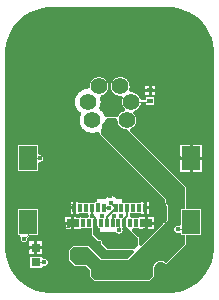
<source format=gtl>
G04*
G04 #@! TF.GenerationSoftware,Altium Limited,Altium Designer,22.7.1 (60)*
G04*
G04 Layer_Physical_Order=1*
G04 Layer_Color=255*
%FSLAX44Y44*%
%MOMM*%
G71*
G04*
G04 #@! TF.SameCoordinates,97EA9571-4948-4CBB-981D-70F8AE3DB673*
G04*
G04*
G04 #@! TF.FilePolarity,Positive*
G04*
G01*
G75*
%ADD12R,0.5500X0.4500*%
%ADD13R,0.8000X0.8000*%
%ADD14R,1.5000X2.0000*%
%ADD15R,0.3000X0.7000*%
%ADD16R,1.0000X0.7000*%
%ADD28C,0.1016*%
%ADD29C,0.1500*%
%ADD30C,0.2000*%
G04:AMPARAMS|DCode=31|XSize=5mm|YSize=2mm|CornerRadius=0.5mm|HoleSize=0mm|Usage=FLASHONLY|Rotation=270.000|XOffset=0mm|YOffset=0mm|HoleType=Round|Shape=RoundedRectangle|*
%AMROUNDEDRECTD31*
21,1,5.0000,1.0000,0,0,270.0*
21,1,4.0000,2.0000,0,0,270.0*
1,1,1.0000,-0.5000,-2.0000*
1,1,1.0000,-0.5000,2.0000*
1,1,1.0000,0.5000,2.0000*
1,1,1.0000,0.5000,-2.0000*
%
%ADD31ROUNDEDRECTD31*%
G04:AMPARAMS|DCode=32|XSize=4mm|YSize=2mm|CornerRadius=0.5mm|HoleSize=0mm|Usage=FLASHONLY|Rotation=0.000|XOffset=0mm|YOffset=0mm|HoleType=Round|Shape=RoundedRectangle|*
%AMROUNDEDRECTD32*
21,1,4.0000,1.0000,0,0,0.0*
21,1,3.0000,2.0000,0,0,0.0*
1,1,1.0000,1.5000,-0.5000*
1,1,1.0000,-1.5000,-0.5000*
1,1,1.0000,-1.5000,0.5000*
1,1,1.0000,1.5000,0.5000*
%
%ADD32ROUNDEDRECTD32*%
%ADD33C,1.4000*%
%ADD34O,1.1000X1.9000*%
%ADD35O,1.1000X2.4000*%
%ADD36C,0.4060*%
G36*
X50000Y83377D02*
X50001Y83377D01*
X50003Y83377D01*
X52512Y83381D01*
X57499Y82725D01*
X62359Y81422D01*
X67007Y79497D01*
X71364Y76981D01*
X75356Y73918D01*
X78914Y70361D01*
X81977Y66369D01*
X84492Y62012D01*
X86418Y57364D01*
X87720Y52504D01*
X88377Y47516D01*
Y45000D01*
Y-119995D01*
X88377Y-119997D01*
X88377Y-119998D01*
X88381Y-122512D01*
X87725Y-127499D01*
X86422Y-132359D01*
X84497Y-137007D01*
X81981Y-141364D01*
X78918Y-145356D01*
X75361Y-148914D01*
X71369Y-151977D01*
X67012Y-154492D01*
X62364Y-156418D01*
X57504Y-157720D01*
X52516Y-158377D01*
X-52516D01*
X-57504Y-157720D01*
X-62364Y-156418D01*
X-67012Y-154492D01*
X-71369Y-151977D01*
X-75361Y-148914D01*
X-78918Y-145356D01*
X-81981Y-141364D01*
X-84497Y-137007D01*
X-86422Y-132359D01*
X-87725Y-127499D01*
X-88381Y-122511D01*
Y-119995D01*
X-88377Y45000D01*
Y47516D01*
X-87720Y52504D01*
X-86418Y57364D01*
X-84492Y62012D01*
X-81977Y66369D01*
X-78914Y70361D01*
X-75356Y73918D01*
X-71364Y76982D01*
X-67007Y79497D01*
X-62359Y81422D01*
X-57499Y82725D01*
X-52511Y83381D01*
X-49995D01*
X50000Y83377D01*
D02*
G37*
%LPC*%
G36*
X38540Y16790D02*
X35520D01*
Y14270D01*
X38540D01*
Y16790D01*
D02*
G37*
G36*
X32980D02*
X29960D01*
Y14270D01*
X32980D01*
Y16790D01*
D02*
G37*
G36*
X38540Y11730D02*
X35520D01*
Y9210D01*
X38540D01*
Y11730D01*
D02*
G37*
G36*
X32980D02*
X29960D01*
Y9210D01*
X32980D01*
Y11730D01*
D02*
G37*
G36*
X9388Y24389D02*
X8612D01*
X7841Y24313D01*
X7081Y24162D01*
X6339Y23937D01*
X5623Y23640D01*
X4939Y23275D01*
X4295Y22844D01*
X3696Y22352D01*
X3148Y21804D01*
X2656Y21205D01*
X2225Y20561D01*
X1860Y19877D01*
X1563Y19161D01*
X1338Y18419D01*
X1187Y17659D01*
X1111Y16888D01*
Y16112D01*
X1187Y15341D01*
X1338Y14581D01*
X1563Y13839D01*
X1860Y13123D01*
X2225Y12439D01*
X2656Y11795D01*
X3148Y11196D01*
X3696Y10648D01*
X4295Y10156D01*
X4939Y9725D01*
X5623Y9360D01*
X6339Y9063D01*
X7081Y8838D01*
X7841Y8687D01*
X8612Y8611D01*
X9388D01*
X10066Y8678D01*
X10319Y8507D01*
X11387Y6929D01*
X11360Y6877D01*
X11063Y6161D01*
X10838Y5419D01*
X10687Y4659D01*
X10611Y3887D01*
Y3112D01*
X10687Y2341D01*
X10838Y1581D01*
X11063Y839D01*
X11360Y123D01*
X11725Y-561D01*
X12156Y-1205D01*
X12648Y-1804D01*
X13076Y-2233D01*
X13092Y-2348D01*
X13066Y-2772D01*
X12679Y-4020D01*
X12495Y-4364D01*
X11839Y-4563D01*
X11123Y-4860D01*
X10439Y-5225D01*
X9795Y-5656D01*
X9196Y-6148D01*
X8648Y-6696D01*
X8156Y-7295D01*
X7725Y-7939D01*
X7360Y-8623D01*
X7319Y-8722D01*
X7015Y-9018D01*
X6930Y-9079D01*
X5482Y-9884D01*
X5250Y-9853D01*
X-2250D01*
X-2482Y-9884D01*
X-3755Y-9084D01*
X-4102Y-8792D01*
X-4216Y-8668D01*
X-4350Y-8256D01*
X-4675Y-7471D01*
X-5061Y-6714D01*
X-5505Y-5990D01*
X-6004Y-5303D01*
X-6556Y-4656D01*
X-7157Y-4056D01*
X-7802Y-3504D01*
X-8490Y-3005D01*
X-9061Y-1786D01*
X-8675Y-1029D01*
X-8350Y-244D01*
X-8088Y564D01*
X-7890Y1390D01*
X-7757Y2228D01*
X-7690Y3075D01*
Y3925D01*
X-7757Y4771D01*
X-7890Y5610D01*
X-8088Y6436D01*
X-8156Y6646D01*
X-8071Y7197D01*
X-7509Y8301D01*
X-7211Y8675D01*
X-6942Y8871D01*
X-6890Y8896D01*
X-6339Y9063D01*
X-5623Y9360D01*
X-4939Y9725D01*
X-4295Y10156D01*
X-3696Y10648D01*
X-3148Y11196D01*
X-2656Y11795D01*
X-2225Y12439D01*
X-1860Y13123D01*
X-1563Y13839D01*
X-1338Y14581D01*
X-1187Y15341D01*
X-1111Y16112D01*
Y16888D01*
X-1187Y17659D01*
X-1338Y18419D01*
X-1563Y19161D01*
X-1860Y19877D01*
X-2225Y20561D01*
X-2656Y21205D01*
X-3148Y21804D01*
X-3696Y22352D01*
X-4295Y22844D01*
X-4939Y23275D01*
X-5623Y23640D01*
X-6339Y23937D01*
X-7081Y24162D01*
X-7841Y24313D01*
X-8612Y24389D01*
X-9388D01*
X-10159Y24313D01*
X-10919Y24162D01*
X-11661Y23937D01*
X-12377Y23640D01*
X-13061Y23275D01*
X-13705Y22844D01*
X-14304Y22352D01*
X-14852Y21804D01*
X-15344Y21205D01*
X-15775Y20561D01*
X-16140Y19877D01*
X-16437Y19161D01*
X-16662Y18419D01*
X-16813Y17659D01*
X-16889Y16888D01*
Y16214D01*
X-16909Y16082D01*
X-17535Y15131D01*
X-17983Y14683D01*
X-18647Y14310D01*
X-18925D01*
X-19771Y14243D01*
X-20610Y14110D01*
X-21437Y13912D01*
X-22244Y13650D01*
X-23029Y13325D01*
X-23786Y12939D01*
X-24510Y12495D01*
X-25198Y11996D01*
X-25844Y11444D01*
X-26444Y10843D01*
X-26996Y10197D01*
X-27495Y9510D01*
X-27939Y8786D01*
X-28325Y8029D01*
X-28650Y7244D01*
X-28912Y6436D01*
X-29110Y5610D01*
X-29243Y4771D01*
X-29310Y3925D01*
Y3075D01*
X-29243Y2228D01*
X-29110Y1390D01*
X-28912Y564D01*
X-28650Y-244D01*
X-28325Y-1029D01*
X-27939Y-1786D01*
X-27495Y-2510D01*
X-26996Y-3198D01*
X-26444Y-3844D01*
X-25844Y-4444D01*
X-25198Y-4996D01*
X-24510Y-5495D01*
X-23939Y-6714D01*
X-24325Y-7471D01*
X-24650Y-8256D01*
X-24912Y-9064D01*
X-25110Y-9890D01*
X-25243Y-10728D01*
X-25310Y-11575D01*
Y-12425D01*
X-25243Y-13272D01*
X-25110Y-14110D01*
X-24912Y-14936D01*
X-24650Y-15744D01*
X-24325Y-16529D01*
X-23939Y-17286D01*
X-23495Y-18010D01*
X-22996Y-18698D01*
X-22444Y-19344D01*
X-21844Y-19944D01*
X-21198Y-20496D01*
X-20510Y-20995D01*
X-19786Y-21439D01*
X-19029Y-21825D01*
X-18244Y-22150D01*
X-17436Y-22412D01*
X-16610Y-22610D01*
X-15771Y-22743D01*
X-14925Y-22810D01*
X-14075D01*
X-13228Y-22743D01*
X-12390Y-22610D01*
X-11564Y-22412D01*
X-10756Y-22150D01*
X-10397Y-22001D01*
X-9229Y-22505D01*
X-8397Y-23267D01*
Y-23500D01*
X-8366Y-23732D01*
X-8277Y-23948D01*
X-8134Y-24134D01*
X46853Y-79121D01*
Y-82107D01*
X46866Y-82201D01*
X46873Y-82296D01*
X46881Y-82317D01*
X46884Y-82339D01*
X46920Y-82427D01*
X46952Y-82516D01*
X46965Y-82534D01*
X46974Y-82555D01*
X47031Y-82630D01*
X47086Y-82709D01*
X47451Y-83111D01*
X47772Y-83545D01*
X48050Y-84008D01*
X48280Y-84496D01*
X48462Y-85004D01*
X48593Y-85527D01*
X48672Y-86061D01*
X48700Y-86622D01*
Y-94578D01*
X48672Y-95139D01*
X48593Y-95673D01*
X48462Y-96196D01*
X48280Y-96704D01*
X48050Y-97192D01*
X47772Y-97655D01*
X47451Y-98089D01*
X47088Y-98488D01*
X46689Y-98851D01*
X46255Y-99172D01*
X45792Y-99450D01*
X45440Y-99616D01*
X45409Y-99636D01*
X45375Y-99650D01*
X45311Y-99700D01*
X45243Y-99743D01*
X45218Y-99770D01*
X45189Y-99793D01*
X26647Y-118335D01*
X24647Y-117507D01*
Y-111750D01*
X24616Y-111518D01*
X24527Y-111302D01*
X24384Y-111116D01*
X19005Y-105737D01*
X19770Y-103889D01*
X21889Y-103889D01*
X24460D01*
Y-104540D01*
X29730D01*
Y-99500D01*
Y-94460D01*
X24460D01*
Y-94460D01*
X23809Y-95111D01*
X20111Y-95111D01*
X18415Y-95111D01*
X17940Y-94787D01*
X16898Y-93250D01*
Y-92594D01*
X17611Y-90889D01*
X19389Y-90889D01*
X22611Y-90889D01*
X24389Y-90889D01*
X26960D01*
Y-91540D01*
X28730D01*
Y-86500D01*
Y-81460D01*
X26960D01*
Y-82111D01*
X24389D01*
X22389Y-82111D01*
X20611Y-82111D01*
X17611Y-82111D01*
X15611Y-82111D01*
X12611D01*
Y-82111D01*
X12389D01*
Y-82111D01*
X10310D01*
Y-79190D01*
X6040D01*
X5860Y-78904D01*
X5451Y-78391D01*
X4987Y-77927D01*
X4474Y-77519D01*
X3919Y-77169D01*
X3328Y-76885D01*
X2709Y-76668D01*
X2069Y-76522D01*
X1418Y-76449D01*
X762D01*
X110Y-76522D01*
X-530Y-76668D01*
X-1149Y-76885D01*
X-1740Y-77169D01*
X-2295Y-77519D01*
X-2808Y-77927D01*
X-3272Y-78391D01*
X-3681Y-78904D01*
X-3860Y-79190D01*
X-10310D01*
Y-81081D01*
X-10480D01*
X-10934Y-81153D01*
X-11371Y-81295D01*
X-11780Y-81503D01*
X-12152Y-81774D01*
X-12611Y-82111D01*
X-17389Y-82111D01*
X-19389Y-82111D01*
X-22389Y-82111D01*
X-24389Y-82111D01*
X-26960D01*
Y-81460D01*
X-28730D01*
Y-86500D01*
Y-91540D01*
X-26960D01*
Y-91540D01*
X-26309Y-90889D01*
X-22611Y-90889D01*
X-20611Y-90889D01*
X-18945Y-90889D01*
X-18578Y-91098D01*
X-18371Y-91303D01*
X-17424Y-92763D01*
X-17419Y-92809D01*
Y-93230D01*
X-18371Y-94697D01*
X-18578Y-94902D01*
X-18945Y-95111D01*
X-19889D01*
X-21889Y-95111D01*
X-24460D01*
Y-94460D01*
X-29730D01*
Y-99500D01*
Y-104540D01*
X-24460D01*
Y-104540D01*
X-23809Y-103889D01*
X-20111Y-103889D01*
X-18111Y-103889D01*
X-15147D01*
Y-108750D01*
X-15116Y-108982D01*
X-15027Y-109198D01*
X-14884Y-109384D01*
X-10177Y-114091D01*
X-10121Y-114134D01*
X-10070Y-114182D01*
X-10029Y-114205D01*
X-9991Y-114234D01*
X-9926Y-114261D01*
X-9864Y-114294D01*
X-9819Y-114305D01*
X-9775Y-114323D01*
X-9705Y-114332D01*
X-9637Y-114349D01*
X-9590Y-114347D01*
X-9543Y-114354D01*
X-9473Y-114344D01*
X-9403Y-114342D01*
X-9309Y-114328D01*
X-8991D01*
X-8676Y-114377D01*
X-8374Y-114476D01*
X-8090Y-114621D01*
X-7832Y-114808D01*
X-7607Y-115033D01*
X-7420Y-115290D01*
X-7276Y-115574D01*
X-7177Y-115877D01*
X-7128Y-116191D01*
Y-116509D01*
X-7143Y-116603D01*
X-7144Y-116673D01*
X-7153Y-116743D01*
X-7147Y-116790D01*
X-7149Y-116837D01*
X-7132Y-116905D01*
X-7123Y-116975D01*
X-7105Y-117019D01*
X-7094Y-117065D01*
X-7060Y-117126D01*
X-7033Y-117191D01*
X-7005Y-117229D01*
X-6982Y-117270D01*
X-6934Y-117321D01*
X-6891Y-117377D01*
X-2384Y-121884D01*
X-2198Y-122027D01*
X-1982Y-122116D01*
X-1750Y-122147D01*
X20007D01*
X20835Y-124147D01*
X15129Y-129853D01*
X-7129D01*
X-17866Y-119116D01*
X-18052Y-118974D01*
X-18268Y-118884D01*
X-18500Y-118853D01*
X-30750D01*
X-30982Y-118884D01*
X-31198Y-118974D01*
X-31384Y-119116D01*
X-33884Y-121616D01*
X-34027Y-121802D01*
X-34116Y-122018D01*
X-34147Y-122250D01*
Y-130750D01*
X-34116Y-130982D01*
X-34027Y-131198D01*
X-33884Y-131384D01*
X-33698Y-131526D01*
X-33482Y-131616D01*
X-33390Y-131628D01*
X-29384Y-135634D01*
X-29198Y-135777D01*
X-28982Y-135866D01*
X-28750Y-135897D01*
X-19621D01*
X-16397Y-139121D01*
Y-144500D01*
X-16366Y-144732D01*
X-16277Y-144948D01*
X-16134Y-145134D01*
X-13384Y-147884D01*
X-13198Y-148027D01*
X-12982Y-148116D01*
X-12750Y-148147D01*
X33750D01*
X33982Y-148116D01*
X34198Y-148027D01*
X34384Y-147884D01*
X34509Y-147759D01*
X34510Y-147758D01*
X34512Y-147756D01*
X37440Y-144803D01*
X37510Y-144711D01*
X37580Y-144620D01*
X37581Y-144619D01*
X37582Y-144617D01*
X37625Y-144511D01*
X37669Y-144404D01*
X37670Y-144402D01*
X37670Y-144400D01*
X37685Y-144289D01*
X37700Y-144172D01*
Y-137722D01*
X37728Y-137161D01*
X37807Y-136627D01*
X37938Y-136104D01*
X38120Y-135596D01*
X38351Y-135108D01*
X38628Y-134645D01*
X38949Y-134211D01*
X39312Y-133812D01*
X39711Y-133449D01*
X40145Y-133128D01*
X40608Y-132850D01*
X41096Y-132619D01*
X41604Y-132438D01*
X42127Y-132307D01*
X42661Y-132227D01*
X43200Y-132201D01*
X43739Y-132227D01*
X44273Y-132307D01*
X44796Y-132438D01*
X45304Y-132619D01*
X45792Y-132850D01*
X46255Y-133128D01*
X46688Y-133449D01*
X47112Y-133833D01*
X47192Y-133888D01*
X47269Y-133947D01*
X47288Y-133955D01*
X47305Y-133967D01*
X47396Y-133999D01*
X47486Y-134036D01*
X47506Y-134038D01*
X47525Y-134045D01*
X47621Y-134053D01*
X47718Y-134066D01*
X47738Y-134063D01*
X47758Y-134065D01*
X47854Y-134047D01*
X47950Y-134034D01*
X47969Y-134026D01*
X47989Y-134023D01*
X48077Y-133981D01*
X48166Y-133944D01*
X48182Y-133931D01*
X48200Y-133923D01*
X48274Y-133860D01*
X48351Y-133800D01*
X64137Y-117881D01*
X64207Y-117789D01*
X64276Y-117698D01*
X64277Y-117697D01*
X64278Y-117695D01*
X64322Y-117590D01*
X64366Y-117482D01*
X64366Y-117480D01*
X64367Y-117478D01*
X64381Y-117367D01*
X64397Y-117250D01*
Y-109389D01*
X77389D01*
Y-87611D01*
X64397D01*
Y-69000D01*
X64366Y-68768D01*
X64277Y-68552D01*
X64134Y-68366D01*
X17264Y-21496D01*
X17228Y-20777D01*
X17778Y-19181D01*
X17877Y-19140D01*
X18561Y-18775D01*
X19205Y-18344D01*
X19804Y-17852D01*
X20352Y-17304D01*
X20844Y-16705D01*
X21275Y-16061D01*
X21640Y-15377D01*
X21937Y-14661D01*
X22162Y-13919D01*
X22313Y-13159D01*
X22389Y-12388D01*
Y-11612D01*
X22313Y-10841D01*
X22162Y-10081D01*
X21937Y-9339D01*
X21640Y-8623D01*
X21275Y-7939D01*
X20844Y-7295D01*
X20352Y-6696D01*
X19923Y-6267D01*
X19908Y-6152D01*
X19934Y-5728D01*
X20321Y-4480D01*
X20505Y-4136D01*
X21161Y-3937D01*
X21877Y-3640D01*
X22561Y-3275D01*
X23205Y-2844D01*
X23804Y-2352D01*
X24352Y-1804D01*
X24844Y-1205D01*
X25275Y-561D01*
X25640Y123D01*
X25937Y839D01*
X26162Y1581D01*
X26264Y2096D01*
X30611D01*
Y861D01*
X37889D01*
Y7139D01*
X30611D01*
Y4904D01*
X26264D01*
X26162Y5419D01*
X25937Y6161D01*
X25640Y6877D01*
X25275Y7561D01*
X24844Y8205D01*
X24352Y8804D01*
X23804Y9352D01*
X23205Y9844D01*
X22561Y10275D01*
X21877Y10640D01*
X21161Y10937D01*
X20419Y11162D01*
X19659Y11313D01*
X18887Y11389D01*
X18112D01*
X17434Y11322D01*
X17181Y11493D01*
X16113Y13071D01*
X16140Y13123D01*
X16437Y13839D01*
X16662Y14581D01*
X16813Y15341D01*
X16889Y16112D01*
Y16888D01*
X16813Y17659D01*
X16662Y18419D01*
X16437Y19161D01*
X16140Y19877D01*
X15775Y20561D01*
X15344Y21205D01*
X14852Y21804D01*
X14304Y22352D01*
X13705Y22844D01*
X13061Y23275D01*
X12377Y23640D01*
X11661Y23937D01*
X10919Y24162D01*
X10159Y24313D01*
X9388Y24389D01*
D02*
G37*
G36*
X78040Y-32960D02*
X70270D01*
Y-43230D01*
X78040D01*
Y-32960D01*
D02*
G37*
G36*
X67730D02*
X59960D01*
Y-43230D01*
X67730D01*
Y-32960D01*
D02*
G37*
G36*
X-60611Y-33611D02*
X-77389D01*
Y-55389D01*
X-60611D01*
Y-49230D01*
X-60510Y-48949D01*
X-59480Y-47419D01*
X-59020D01*
X-58566Y-47347D01*
X-58130Y-47205D01*
X-57720Y-46997D01*
X-57348Y-46726D01*
X-57024Y-46402D01*
X-56754Y-46030D01*
X-56545Y-45620D01*
X-56403Y-45184D01*
X-56331Y-44730D01*
Y-44270D01*
X-56403Y-43816D01*
X-56545Y-43380D01*
X-56754Y-42970D01*
X-57024Y-42598D01*
X-57348Y-42274D01*
X-57720Y-42003D01*
X-58130Y-41795D01*
X-58566Y-41653D01*
X-59020Y-41581D01*
X-59480D01*
X-60510Y-40051D01*
X-60611Y-39770D01*
Y-33611D01*
D02*
G37*
G36*
X78040Y-45770D02*
X70270D01*
Y-56040D01*
X78040D01*
Y-45770D01*
D02*
G37*
G36*
X67730D02*
X59960D01*
Y-56040D01*
X67730D01*
Y-45770D01*
D02*
G37*
G36*
X33040Y-81460D02*
X31270D01*
Y-85230D01*
X33040D01*
Y-81460D01*
D02*
G37*
G36*
X-31270D02*
X-33040D01*
Y-85230D01*
X-31270D01*
Y-81460D01*
D02*
G37*
G36*
X33040Y-87770D02*
X31270D01*
Y-91540D01*
X33040D01*
Y-87770D01*
D02*
G37*
G36*
X-31270D02*
X-33040D01*
Y-91540D01*
X-31270D01*
Y-87770D01*
D02*
G37*
G36*
X37540Y-94460D02*
X32270D01*
Y-98230D01*
X37540D01*
Y-94460D01*
D02*
G37*
G36*
X-32270D02*
X-37540D01*
Y-98230D01*
X-32270D01*
Y-94460D01*
D02*
G37*
G36*
X37540Y-100770D02*
X32270D01*
Y-104540D01*
X37540D01*
Y-100770D01*
D02*
G37*
G36*
X-32270D02*
X-37540D01*
Y-104540D01*
X-32270D01*
Y-100770D01*
D02*
G37*
G36*
X-60611Y-87611D02*
X-77389D01*
Y-109389D01*
X-76289D01*
X-75712Y-110095D01*
X-75205Y-111379D01*
X-75347Y-111817D01*
X-75419Y-112270D01*
Y-112730D01*
X-75347Y-113183D01*
X-75205Y-113621D01*
X-74997Y-114030D01*
X-74727Y-114402D01*
X-74402Y-114726D01*
X-74030Y-114997D01*
X-73621Y-115205D01*
X-73183Y-115347D01*
X-72730Y-115419D01*
X-72270D01*
X-71817Y-115347D01*
X-71379Y-115205D01*
X-70970Y-114997D01*
X-70598Y-114726D01*
X-70273Y-114402D01*
X-70003Y-114030D01*
X-69795Y-113621D01*
X-69653Y-113183D01*
X-69581Y-112730D01*
Y-112270D01*
X-69653Y-111817D01*
X-69697Y-111682D01*
X-68007Y-109993D01*
X-67833Y-109780D01*
X-67703Y-109537D01*
X-67658Y-109389D01*
X-60611D01*
Y-87611D01*
D02*
G37*
G36*
X-56960Y-114460D02*
X-61230D01*
Y-118730D01*
X-56960D01*
Y-114460D01*
D02*
G37*
G36*
X-63770D02*
X-68040D01*
Y-118730D01*
X-63770D01*
Y-114460D01*
D02*
G37*
G36*
X-56960Y-121270D02*
X-61230D01*
Y-125540D01*
X-56960D01*
Y-121270D01*
D02*
G37*
G36*
X-63770D02*
X-68040D01*
Y-125540D01*
X-63770D01*
Y-121270D01*
D02*
G37*
G36*
X-57611Y-127611D02*
X-67389D01*
Y-137389D01*
X-57611D01*
Y-136818D01*
X-57184Y-136263D01*
X-56589Y-135827D01*
X-55611Y-135398D01*
X-55480Y-135419D01*
X-55020D01*
X-54566Y-135347D01*
X-54130Y-135205D01*
X-53720Y-134997D01*
X-53348Y-134726D01*
X-53024Y-134402D01*
X-52754Y-134030D01*
X-52545Y-133621D01*
X-52403Y-133183D01*
X-52331Y-132730D01*
Y-132270D01*
X-52403Y-131816D01*
X-52545Y-131379D01*
X-52754Y-130970D01*
X-53024Y-130598D01*
X-53348Y-130274D01*
X-53720Y-130003D01*
X-54130Y-129795D01*
X-54566Y-129653D01*
X-55020Y-129581D01*
X-55480D01*
X-55611Y-129602D01*
X-56589Y-129173D01*
X-57184Y-128737D01*
X-57611Y-128182D01*
Y-127611D01*
D02*
G37*
%LPD*%
G36*
X6611Y-12111D02*
Y-12388D01*
X6687Y-13159D01*
X6838Y-13919D01*
X7063Y-14661D01*
X7360Y-15377D01*
X7725Y-16061D01*
X8156Y-16705D01*
X8648Y-17304D01*
X9196Y-17852D01*
X9795Y-18344D01*
X10439Y-18775D01*
X11123Y-19140D01*
X11839Y-19437D01*
X12581Y-19662D01*
X13341Y-19813D01*
X14112Y-19889D01*
X14389D01*
X63500Y-69000D01*
Y-87611D01*
X60611D01*
Y-100498D01*
X60184Y-100982D01*
X59902Y-101156D01*
X58611Y-101711D01*
X58433Y-101653D01*
X57980Y-101581D01*
X57520D01*
X57066Y-101653D01*
X56630Y-101795D01*
X56220Y-102003D01*
X55848Y-102274D01*
X55524Y-102598D01*
X55253Y-102970D01*
X55045Y-103379D01*
X54903Y-103816D01*
X54831Y-104270D01*
Y-104730D01*
X54903Y-105183D01*
X55045Y-105620D01*
X55253Y-106030D01*
X55524Y-106402D01*
X55848Y-106727D01*
X56220Y-106996D01*
X56630Y-107205D01*
X57066Y-107347D01*
X57520Y-107419D01*
X57980D01*
X58433Y-107347D01*
X58611Y-107289D01*
X59902Y-107844D01*
X60184Y-108019D01*
X60611Y-108502D01*
Y-109389D01*
X63500D01*
Y-117250D01*
X47714Y-133169D01*
X47258Y-132755D01*
X46754Y-132381D01*
X46215Y-132059D01*
X45648Y-131790D01*
X45057Y-131579D01*
X44448Y-131426D01*
X43827Y-131334D01*
X43200Y-131303D01*
X42573Y-131334D01*
X41952Y-131426D01*
X41343Y-131579D01*
X40752Y-131790D01*
X40185Y-132059D01*
X39646Y-132381D01*
X39142Y-132755D01*
X38677Y-133177D01*
X38255Y-133642D01*
X37881Y-134146D01*
X37559Y-134685D01*
X37290Y-135252D01*
X37079Y-135843D01*
X36926Y-136452D01*
X36834Y-137073D01*
X36803Y-137700D01*
Y-144172D01*
X33875Y-147125D01*
X33750Y-147250D01*
X-12750D01*
X-15500Y-144500D01*
Y-138750D01*
X-19250Y-135000D01*
X-28750D01*
X-33000Y-130750D01*
X-33250D01*
Y-122250D01*
X-30750Y-119750D01*
X-18500D01*
X-7500Y-130750D01*
X15500D01*
X45823Y-100427D01*
X46215Y-100241D01*
X46754Y-99919D01*
X47258Y-99545D01*
X47723Y-99123D01*
X48145Y-98658D01*
X48519Y-98154D01*
X48841Y-97615D01*
X49110Y-97048D01*
X49321Y-96457D01*
X49474Y-95848D01*
X49566Y-95227D01*
X49597Y-94600D01*
Y-86600D01*
X49566Y-85973D01*
X49474Y-85352D01*
X49321Y-84743D01*
X49110Y-84152D01*
X48841Y-83585D01*
X48519Y-83046D01*
X48145Y-82542D01*
X47750Y-82107D01*
Y-78750D01*
X-7500Y-23500D01*
Y-20238D01*
X-7157Y-19944D01*
X-6556Y-19344D01*
X-6004Y-18698D01*
X-5505Y-18010D01*
X-5061Y-17286D01*
X-4675Y-16529D01*
X-4350Y-15744D01*
X-4088Y-14936D01*
X-3890Y-14110D01*
X-3757Y-13272D01*
X-3690Y-12425D01*
Y-12190D01*
X-2250Y-10750D01*
X5250D01*
X6611Y-12111D01*
D02*
G37*
G36*
X15111Y-103111D02*
Y-103889D01*
X15889D01*
X23750Y-111750D01*
Y-118500D01*
X21000Y-121250D01*
X-1750D01*
X-6257Y-116743D01*
X-6231Y-116580D01*
Y-116120D01*
X-6303Y-115667D01*
X-6445Y-115230D01*
X-6653Y-114820D01*
X-6923Y-114448D01*
X-7248Y-114123D01*
X-7620Y-113854D01*
X-8030Y-113645D01*
X-8466Y-113503D01*
X-8920Y-113431D01*
X-9380D01*
X-9543Y-113457D01*
X-14250Y-108750D01*
Y-101750D01*
X-9889D01*
Y-103889D01*
X-7810D01*
Y-106810D01*
X5525D01*
X5774Y-107152D01*
X6098Y-107477D01*
X6470Y-107746D01*
X6880Y-107955D01*
X7316Y-108097D01*
X7770Y-108169D01*
X8230D01*
X8684Y-108097D01*
X9121Y-107955D01*
X9530Y-107746D01*
X9902Y-107477D01*
X10227Y-107152D01*
X10497Y-106780D01*
X10705Y-106370D01*
X10847Y-105934D01*
X10919Y-105480D01*
Y-105020D01*
X10847Y-104566D01*
X10705Y-104129D01*
X10497Y-103720D01*
X10923Y-102443D01*
X11457Y-101750D01*
X13750D01*
X15111Y-103111D01*
D02*
G37*
D12*
X34250Y13000D02*
D03*
Y4000D02*
D03*
D13*
X-62500Y-120000D02*
D03*
Y-132500D02*
D03*
D14*
X-69000Y-44500D02*
D03*
Y-98500D02*
D03*
X69000D02*
D03*
Y-44500D02*
D03*
D15*
X22500Y-99500D02*
D03*
X17500D02*
D03*
X-30000Y-86500D02*
D03*
X-25000D02*
D03*
X-20000D02*
D03*
X-15000D02*
D03*
X-10000D02*
D03*
X-5000D02*
D03*
X5000D02*
D03*
X10000D02*
D03*
X15000D02*
D03*
X20000D02*
D03*
X25000Y-86500D02*
D03*
X30000Y-86500D02*
D03*
X12500Y-99500D02*
D03*
X7500D02*
D03*
X2500D02*
D03*
X-2500D02*
D03*
X-7500D02*
D03*
X-12500D02*
D03*
X-17500D02*
D03*
X-22500D02*
D03*
D16*
X31000D02*
D03*
X-31000D02*
D03*
D28*
X-10000Y-86500D02*
Y-84250D01*
X-10250Y-84000D02*
X-10000Y-84250D01*
X27250Y13000D02*
X34250D01*
X34250Y13000D01*
X18500Y3500D02*
X33750D01*
X34250Y4000D01*
X-30000Y-86500D02*
Y-84500D01*
X-32918Y-83508D02*
X-30992D01*
X-35000Y-82250D02*
X-34176D01*
X-30992Y-83508D02*
X-30000Y-84500D01*
X-34176Y-82250D02*
X-32918Y-83508D01*
X-72500Y-112500D02*
X-69000Y-109000D01*
Y-98500D01*
X58750Y-44500D02*
X69000D01*
X63000Y-104500D02*
X69000Y-98500D01*
X57750Y-104500D02*
X63000D01*
X-69000Y-120000D02*
X-62500D01*
Y-132500D02*
X-55250D01*
X-69000Y-44500D02*
X-59250D01*
X30202Y-105548D02*
X31000Y-104750D01*
Y-99500D01*
X-38250Y-102500D02*
X-34000D01*
X-31000Y-99500D01*
X8000Y-105250D02*
Y-100000D01*
X7500Y-99500D02*
X8000Y-100000D01*
X30000Y-81000D02*
X30000Y-81000D01*
Y-86500D02*
Y-81000D01*
D29*
X-5000Y-86500D02*
X-500D01*
X-844Y-86844D02*
X-500Y-86500D01*
X2500Y-94189D02*
X3770Y-92919D01*
X2500Y-99500D02*
Y-94189D01*
X1000Y-82379D02*
X1090Y-82289D01*
X1000Y-82500D02*
Y-82379D01*
Y-82500D02*
X5000Y-86500D01*
X-2500Y-94000D02*
X5000Y-86500D01*
X-2500Y-99500D02*
Y-94000D01*
D30*
X12500Y-95750D02*
X15000Y-93250D01*
Y-86500D01*
X12500Y-99500D02*
Y-95750D01*
X-15000Y-92500D02*
X-12500Y-95000D01*
X250Y-110000D02*
X10250D01*
X-10250D02*
X250D01*
X7750Y-117500D01*
X-12500Y-107750D02*
Y-99500D01*
Y-107750D02*
X-10250Y-110000D01*
X-12500Y-99500D02*
X-12500Y-99500D01*
X10250Y-110000D02*
X12500Y-107750D01*
Y-99500D01*
X-15000Y-92500D02*
Y-86500D01*
X-12500Y-99500D02*
Y-95000D01*
D31*
X-62500Y0D02*
D03*
X62500D02*
D03*
D32*
X0Y-62500D02*
D03*
Y62500D02*
D03*
D33*
X18500Y3500D02*
D03*
X14500Y-12000D02*
D03*
X0Y0D02*
D03*
Y-18500D02*
D03*
X-14500Y-12000D02*
D03*
X-18500Y3500D02*
D03*
X-9000Y16500D02*
D03*
X9000D02*
D03*
D34*
X-43200Y-90600D02*
D03*
X43200D02*
D03*
D35*
X-43200Y-144200D02*
D03*
X43200D02*
D03*
D36*
X-10250Y-84000D02*
D03*
X6000Y-133500D02*
D03*
X-500Y-133250D02*
D03*
X25250Y-137500D02*
D03*
X31500Y-137250D02*
D03*
X5500Y-143000D02*
D03*
X0D02*
D03*
X27250Y13000D02*
D03*
X-844Y-86844D02*
D03*
X3770Y-92919D02*
D03*
X1090Y-82289D02*
D03*
X-35000Y-82250D02*
D03*
X-72500Y-112500D02*
D03*
X58750Y-44500D02*
D03*
X57750Y-104500D02*
D03*
X-33500Y-136000D02*
D03*
X-33250Y-144500D02*
D03*
X-69000Y-120000D02*
D03*
X18250Y-117250D02*
D03*
X13000D02*
D03*
X-55250Y-132500D02*
D03*
X-59250Y-44500D02*
D03*
X250Y-76500D02*
D03*
X-6500Y-93000D02*
D03*
X9250D02*
D03*
X27500Y-109000D02*
D03*
X30202Y-105548D02*
D03*
X-38250Y-102500D02*
D03*
X-26764Y-92907D02*
D03*
X-9150Y-116350D02*
D03*
X8000Y-105250D02*
D03*
X30000Y-81000D02*
D03*
X-14500Y-93000D02*
D03*
X7750Y-117500D02*
D03*
M02*

</source>
